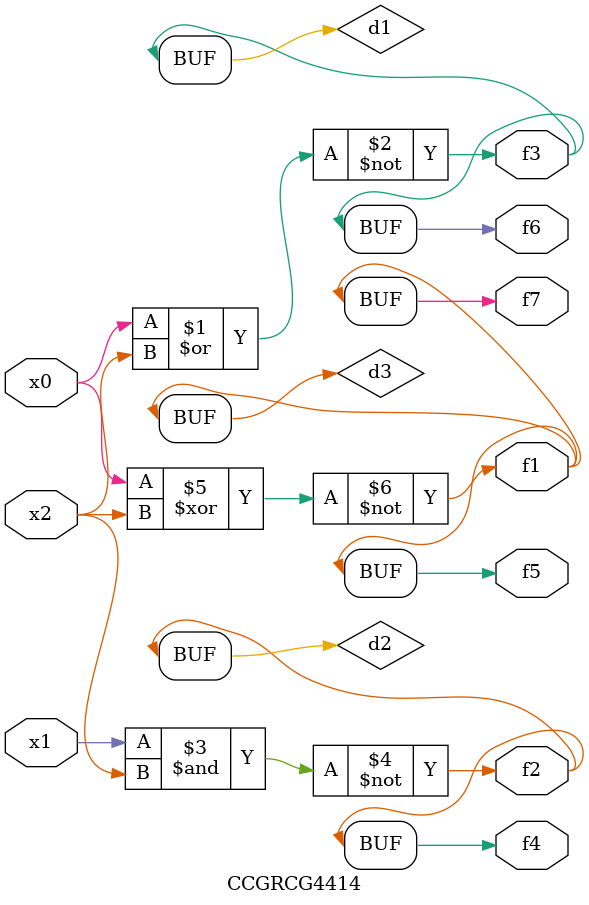
<source format=v>
module CCGRCG4414(
	input x0, x1, x2,
	output f1, f2, f3, f4, f5, f6, f7
);

	wire d1, d2, d3;

	nor (d1, x0, x2);
	nand (d2, x1, x2);
	xnor (d3, x0, x2);
	assign f1 = d3;
	assign f2 = d2;
	assign f3 = d1;
	assign f4 = d2;
	assign f5 = d3;
	assign f6 = d1;
	assign f7 = d3;
endmodule

</source>
